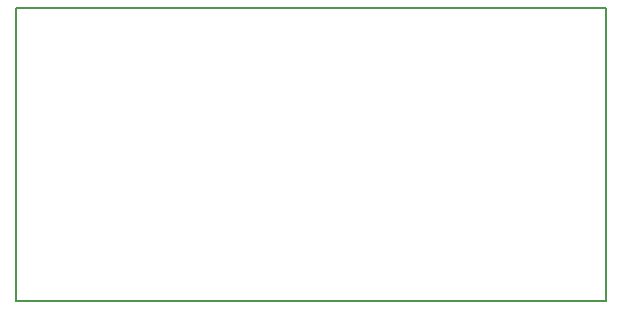
<source format=gko>
%FSLAX23Y23*%
%MOIN*%
G04 EasyPC Gerber Version 16.0.6 Build 3249 *
%ADD12C,0.00500*%
X0Y0D02*
D02*
D12*
X3Y3D02*
X1971D01*
Y978*
X3*
Y3*
X0Y0D02*
M02*

</source>
